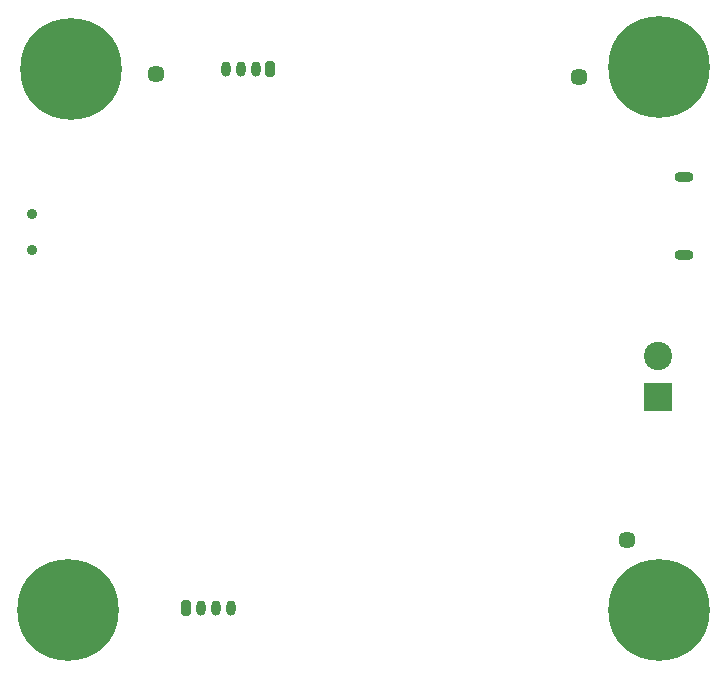
<source format=gbr>
%TF.GenerationSoftware,KiCad,Pcbnew,8.0.1*%
%TF.CreationDate,2024-05-01T14:41:20+05:45*%
%TF.ProjectId,STM32F4_Breakout_REV2,53544d33-3246-4345-9f42-7265616b6f75,rev?*%
%TF.SameCoordinates,Original*%
%TF.FileFunction,Soldermask,Bot*%
%TF.FilePolarity,Negative*%
%FSLAX46Y46*%
G04 Gerber Fmt 4.6, Leading zero omitted, Abs format (unit mm)*
G04 Created by KiCad (PCBNEW 8.0.1) date 2024-05-01 14:41:20*
%MOMM*%
%LPD*%
G01*
G04 APERTURE LIST*
G04 Aperture macros list*
%AMRoundRect*
0 Rectangle with rounded corners*
0 $1 Rounding radius*
0 $2 $3 $4 $5 $6 $7 $8 $9 X,Y pos of 4 corners*
0 Add a 4 corners polygon primitive as box body*
4,1,4,$2,$3,$4,$5,$6,$7,$8,$9,$2,$3,0*
0 Add four circle primitives for the rounded corners*
1,1,$1+$1,$2,$3*
1,1,$1+$1,$4,$5*
1,1,$1+$1,$6,$7*
1,1,$1+$1,$8,$9*
0 Add four rect primitives between the rounded corners*
20,1,$1+$1,$2,$3,$4,$5,0*
20,1,$1+$1,$4,$5,$6,$7,0*
20,1,$1+$1,$6,$7,$8,$9,0*
20,1,$1+$1,$8,$9,$2,$3,0*%
G04 Aperture macros list end*
%ADD10C,1.448000*%
%ADD11C,0.900000*%
%ADD12C,8.600000*%
%ADD13RoundRect,0.200000X-0.200000X-0.450000X0.200000X-0.450000X0.200000X0.450000X-0.200000X0.450000X0*%
%ADD14O,0.800000X1.300000*%
%ADD15RoundRect,0.200000X0.200000X0.450000X-0.200000X0.450000X-0.200000X-0.450000X0.200000X-0.450000X0*%
%ADD16O,1.600000X0.900000*%
%ADD17R,2.400000X2.400000*%
%ADD18C,2.400000*%
G04 APERTURE END LIST*
D10*
%TO.C,REF\u002A\u002A*%
X101354000Y-77086200D03*
%TD*%
%TO.C,REF\u002A\u002A*%
X97282000Y-37846000D03*
%TD*%
%TO.C,REF\u002A\u002A*%
X61476000Y-37592000D03*
%TD*%
D11*
%TO.C,SW1*%
X50978000Y-49500000D03*
X50978000Y-52500000D03*
%TD*%
%TO.C,H1*%
X100775000Y-37000000D03*
X101719581Y-34719581D03*
X101719581Y-39280419D03*
X104000000Y-33775000D03*
D12*
X104000000Y-37000000D03*
D11*
X104000000Y-40225000D03*
X106280419Y-34719581D03*
X106280419Y-39280419D03*
X107225000Y-37000000D03*
%TD*%
%TO.C,H2*%
X100775000Y-83000000D03*
X101719581Y-80719581D03*
X101719581Y-85280419D03*
X104000000Y-79775000D03*
D12*
X104000000Y-83000000D03*
D11*
X104000000Y-86225000D03*
X106280419Y-80719581D03*
X106280419Y-85280419D03*
X107225000Y-83000000D03*
%TD*%
D13*
%TO.C,J5*%
X64017200Y-82829400D03*
D14*
X65267200Y-82829400D03*
X66517200Y-82829400D03*
X67767200Y-82829400D03*
%TD*%
D11*
%TO.C,H3*%
X50775000Y-83000000D03*
X51719581Y-80719581D03*
X51719581Y-85280419D03*
X54000000Y-79775000D03*
D12*
X54000000Y-83000000D03*
D11*
X54000000Y-86225000D03*
X56280419Y-80719581D03*
X56280419Y-85280419D03*
X57225000Y-83000000D03*
%TD*%
D15*
%TO.C,J3*%
X71125000Y-37200000D03*
D14*
X69875000Y-37200000D03*
X68625000Y-37200000D03*
X67375000Y-37200000D03*
%TD*%
D11*
%TO.C,H4*%
X51025000Y-37225000D03*
X51969581Y-34944581D03*
X51969581Y-39505419D03*
X54250000Y-34000000D03*
D12*
X54250000Y-37225000D03*
D11*
X54250000Y-40450000D03*
X56530419Y-34944581D03*
X56530419Y-39505419D03*
X57475000Y-37225000D03*
%TD*%
D16*
%TO.C,J1*%
X106172000Y-52900000D03*
X106172000Y-46300000D03*
%TD*%
D17*
%TO.C,J2*%
X103948000Y-64996000D03*
D18*
X103948000Y-61496000D03*
%TD*%
M02*

</source>
